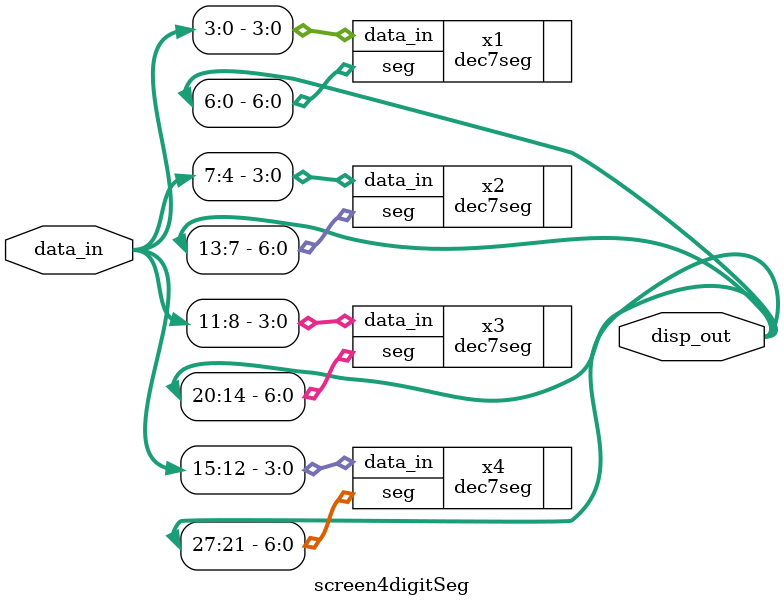
<source format=v>
module screen4digitSeg (
	input wire [15:0] data_in,
	output wire [27:0] disp_out
);

dec7seg x1(
	.data_in(data_in[3:0]),
	.seg(disp_out[6:0])
);

dec7seg x2(
	.data_in(data_in[7:4]),
	.seg(disp_out[13:7])
);

dec7seg x3(
	.data_in(data_in[11:8]),
	.seg(disp_out[20:14])
);

dec7seg x4(
	.data_in(data_in[15:12]),
	.seg(disp_out[27:21])
);

endmodule

</source>
